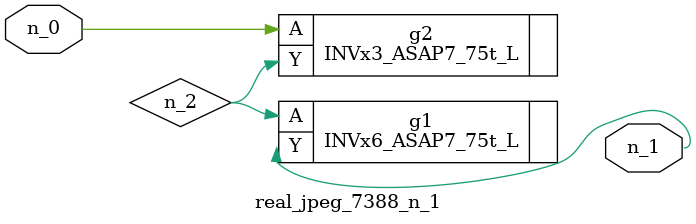
<source format=v>
module real_jpeg_7388_n_1 (n_0, n_1);

input n_0;

output n_1;

wire n_2;

INVx3_ASAP7_75t_L g2 ( 
.A(n_0),
.Y(n_2)
);

INVx6_ASAP7_75t_L g1 ( 
.A(n_2),
.Y(n_1)
);


endmodule
</source>
